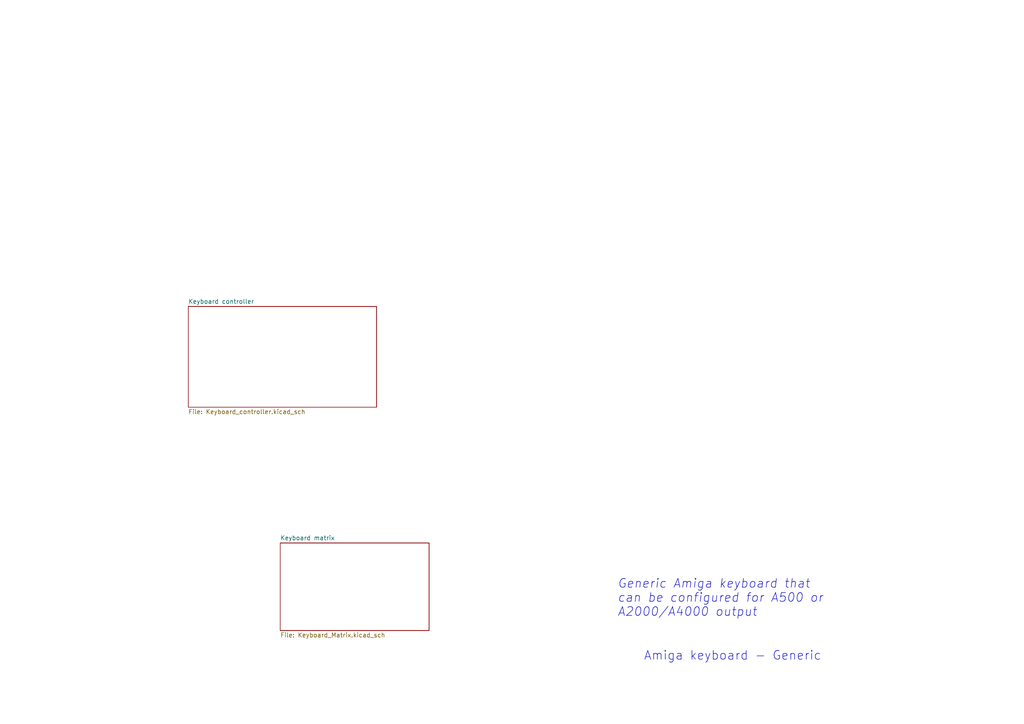
<source format=kicad_sch>
(kicad_sch (version 20230121) (generator eeschema)
  (paper "A4")
  (title_block (date "2022-01-08"))
  (lib_symbols)
  (text "Generic Amiga keyboard that\ncan be configured for A500 or\nA2000/A4000 output" (at 179.07 179.07 0) (effects (font (size 2.54 2.54) italic) (justify left bottom)))
  (text "Amiga keyboard - Generic" (at 186.69 191.77 0) (effects (font (size 2.54 2.54)) (justify left bottom)))
  (sheet (at 54.61 88.9) (size 54.61 29.21) (stroke (width 0.1524))
    (property "Sheetname" "Keyboard controller" (at 54.61 88.1884 0) (effects (justify left bottom)))
    (property "Sheetfile" "Keyboard_controller.kicad_sch" (at 54.61 118.6946 0) (effects (justify left top)))
  )
  (sheet (at 81.28 157.48) (size 43.18 25.4) (stroke (width 0.1524))
    (property "Sheetname" "Keyboard matrix" (at 81.28 156.7684 0) (effects (justify left bottom)))
    (property "Sheetfile" "Keyboard_Matrix.kicad_sch" (at 81.28 183.4646 0) (effects (justify left top)))
  )
)
</source>
